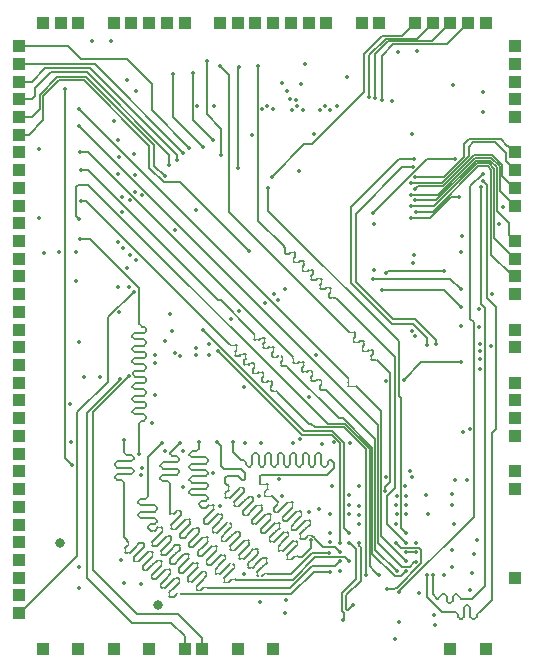
<source format=gbl>
G04*
G04 #@! TF.GenerationSoftware,Altium Limited,Altium Designer,19.1.9 (167)*
G04*
G04 Layer_Physical_Order=6*
G04 Layer_Color=16711680*
%FSLAX44Y44*%
%MOMM*%
G71*
G01*
G75*
%ADD11C,0.2000*%
%ADD26C,0.3500*%
%ADD27C,0.8000*%
%ADD28C,0.1300*%
%ADD29R,1.1000X1.1000*%
D11*
X91500Y322000D02*
Y322261D01*
X91504Y322266D01*
X204000Y39250D02*
Y39492D01*
X204010Y39502D01*
D26*
X224750Y29750D02*
D03*
X318000Y8250D02*
D03*
X104250Y383750D02*
D03*
X17000Y422750D02*
D03*
X98000Y401250D02*
D03*
X92708Y230650D02*
D03*
X93000Y305750D02*
D03*
X84750Y285000D02*
D03*
X48000Y310750D02*
D03*
Y335750D02*
D03*
X91504Y322266D02*
D03*
X97000Y302250D02*
D03*
X97750Y386250D02*
D03*
X87250Y382250D02*
D03*
Y369500D02*
D03*
X16750Y364500D02*
D03*
X136250Y247250D02*
D03*
X161000Y248250D02*
D03*
X319516Y65503D02*
D03*
X321500Y22500D02*
D03*
X351750Y19750D02*
D03*
X351500Y28750D02*
D03*
X204010Y39502D02*
D03*
X338500Y47000D02*
D03*
X202750Y128750D02*
D03*
X287500Y137500D02*
D03*
X114750Y214500D02*
D03*
X43250Y206750D02*
D03*
X68500Y229750D02*
D03*
X54750D02*
D03*
X33500Y335750D02*
D03*
X91000Y481000D02*
D03*
X242000Y495000D02*
D03*
X222500Y479000D02*
D03*
X392500Y471250D02*
D03*
X392250Y454000D02*
D03*
X374750Y349000D02*
D03*
X171000Y418250D02*
D03*
X158750Y497250D02*
D03*
X164250Y430250D02*
D03*
X88500Y55500D02*
D03*
X103500Y55000D02*
D03*
X50500Y51500D02*
D03*
X51000Y69000D02*
D03*
X376000Y183500D02*
D03*
X226000Y40750D02*
D03*
X190250Y62750D02*
D03*
X388000Y91500D02*
D03*
X385000Y80000D02*
D03*
X383750Y64250D02*
D03*
X381750Y49500D02*
D03*
X378750Y143000D02*
D03*
X369250D02*
D03*
X237500Y177250D02*
D03*
X43750Y175250D02*
D03*
X85000Y228000D02*
D03*
X112500Y191000D02*
D03*
X194500Y336250D02*
D03*
X50750Y259250D02*
D03*
X115250Y241750D02*
D03*
X131750Y250000D02*
D03*
X129756Y268513D02*
D03*
X123750Y260500D02*
D03*
X127750Y283250D02*
D03*
X186250Y285500D02*
D03*
X208500Y292750D02*
D03*
X115250Y248750D02*
D03*
X149250D02*
D03*
Y254500D02*
D03*
X160500Y258250D02*
D03*
X168500Y251750D02*
D03*
X155500Y269750D02*
D03*
X179009Y279264D02*
D03*
X219250Y295000D02*
D03*
X310250Y145250D02*
D03*
X287750Y120750D02*
D03*
X325750Y227750D02*
D03*
X381250Y186000D02*
D03*
X216000Y300500D02*
D03*
X225250Y304750D02*
D03*
X399500Y255750D02*
D03*
X390250Y257750D02*
D03*
X352750D02*
D03*
X390000Y252000D02*
D03*
X345500Y257000D02*
D03*
X389750Y244750D02*
D03*
X390000Y237000D02*
D03*
X389250Y287750D02*
D03*
X389000Y272250D02*
D03*
X333500Y326750D02*
D03*
X334000Y333000D02*
D03*
X374250Y272750D02*
D03*
X335500Y264500D02*
D03*
X332250Y269250D02*
D03*
X359250Y319750D02*
D03*
X400250Y299750D02*
D03*
X372750Y382500D02*
D03*
X306750Y464250D02*
D03*
X269250Y459000D02*
D03*
X277500Y484000D02*
D03*
X238500Y478000D02*
D03*
X333250Y407500D02*
D03*
X334250Y414500D02*
D03*
X390929Y390429D02*
D03*
X392250Y396250D02*
D03*
Y401750D02*
D03*
X368768Y414270D02*
D03*
X331500Y364750D02*
D03*
X335250Y399000D02*
D03*
X331500Y394250D02*
D03*
X334750Y389250D02*
D03*
X331500Y384250D02*
D03*
X335000Y379500D02*
D03*
X331500Y374250D02*
D03*
X336000Y370000D02*
D03*
X332500Y435750D02*
D03*
X213750Y399000D02*
D03*
X149250Y371000D02*
D03*
X321000Y505250D02*
D03*
X336750Y505750D02*
D03*
X301500Y466000D02*
D03*
X296500Y467000D02*
D03*
X316000Y463750D02*
D03*
X258750Y459250D02*
D03*
X263013Y456272D02*
D03*
X254250Y456000D02*
D03*
X240000Y455750D02*
D03*
X235000Y459250D02*
D03*
X237000Y404500D02*
D03*
X230750Y455750D02*
D03*
X234500Y464750D02*
D03*
X229000Y465000D02*
D03*
X214500Y456500D02*
D03*
X210000Y459500D02*
D03*
X205750Y456750D02*
D03*
X165000Y459250D02*
D03*
X150250Y459000D02*
D03*
X123000Y400000D02*
D03*
X144000Y424000D02*
D03*
X139000Y419250D02*
D03*
X133500Y414000D02*
D03*
X126750Y409250D02*
D03*
X87750Y339250D02*
D03*
X83250Y344250D02*
D03*
X93750Y333500D02*
D03*
X98750Y329250D02*
D03*
X93500Y379500D02*
D03*
X83250Y430500D02*
D03*
X52500Y405250D02*
D03*
X51500Y420000D02*
D03*
X80250Y446750D02*
D03*
X84500Y415750D02*
D03*
X83250Y402000D02*
D03*
X50750Y456500D02*
D03*
X50250Y442250D02*
D03*
X131750Y354250D02*
D03*
X190250Y221750D02*
D03*
X251500Y248500D02*
D03*
X300000Y320250D02*
D03*
X300500Y359500D02*
D03*
X77750Y514250D02*
D03*
X61250D02*
D03*
X367000Y477000D02*
D03*
X373750Y335750D02*
D03*
X245250Y212750D02*
D03*
X256250Y173500D02*
D03*
X97250Y419000D02*
D03*
X21250Y334750D02*
D03*
X83750Y306250D02*
D03*
X226500Y471750D02*
D03*
X99000D02*
D03*
X197250Y434500D02*
D03*
X249500Y436000D02*
D03*
X85750Y75000D02*
D03*
X163871Y148313D02*
D03*
X169750Y120500D02*
D03*
X374250Y289000D02*
D03*
X307000Y303250D02*
D03*
X138750Y167500D02*
D03*
X44750Y155350D02*
D03*
X104000Y153100D02*
D03*
X101750Y164600D02*
D03*
X123750Y166850D02*
D03*
X103000Y146850D02*
D03*
X310500Y317750D02*
D03*
X299250Y312750D02*
D03*
X373750Y304000D02*
D03*
X299250Y368500D02*
D03*
X51726Y346726D02*
D03*
X38750Y474000D02*
D03*
X366750Y68750D02*
D03*
X366500Y131000D02*
D03*
X344500Y129750D02*
D03*
X366500Y121500D02*
D03*
X346250Y114250D02*
D03*
X368500Y105500D02*
D03*
X366000Y83000D02*
D03*
X360000Y62250D02*
D03*
X350250D02*
D03*
X345250D02*
D03*
X271250Y65250D02*
D03*
X263513Y114009D02*
D03*
X222511Y128759D02*
D03*
X246763Y91757D02*
D03*
X220261Y143510D02*
D03*
X263263Y98008D02*
D03*
X263500Y90000D02*
D03*
X264500Y138000D02*
D03*
X211000Y389750D02*
D03*
X185250Y406750D02*
D03*
X146750Y487000D02*
D03*
X327517Y97508D02*
D03*
X130250Y486750D02*
D03*
X155500Y424750D02*
D03*
X279250Y97750D02*
D03*
X374250Y242250D02*
D03*
X336000Y81500D02*
D03*
X327250D02*
D03*
X310500Y226250D02*
D03*
X327500Y73750D02*
D03*
X327267Y121509D02*
D03*
X311750Y50500D02*
D03*
X319250Y89500D02*
D03*
X138250Y136500D02*
D03*
X335517Y89257D02*
D03*
X202000Y493000D02*
D03*
X327500Y89250D02*
D03*
X169750Y493500D02*
D03*
X309516Y133009D02*
D03*
X186000Y492750D02*
D03*
X271250Y89500D02*
D03*
X321750Y48250D02*
D03*
X191250Y174250D02*
D03*
X204750Y174000D02*
D03*
X181250Y174750D02*
D03*
X271500Y81500D02*
D03*
X167750Y174500D02*
D03*
X152000D02*
D03*
X262500Y81000D02*
D03*
X263013Y64756D02*
D03*
X287500Y89750D02*
D03*
X282353Y36500D02*
D03*
X279514Y89507D02*
D03*
X274352Y24000D02*
D03*
X279250Y73750D02*
D03*
X271250D02*
D03*
X136000Y174000D02*
D03*
X120500Y174250D02*
D03*
X89000Y176250D02*
D03*
X50750Y363500D02*
D03*
X305000Y62500D02*
D03*
X52250Y379250D02*
D03*
X294000Y62500D02*
D03*
X327500Y65500D02*
D03*
X335517Y73257D02*
D03*
X330438Y150000D02*
D03*
X332250Y145000D02*
D03*
X279500Y129750D02*
D03*
X266250Y174500D02*
D03*
X280250Y174000D02*
D03*
X245250Y116000D02*
D03*
X253750Y118250D02*
D03*
X319750Y113750D02*
D03*
X231500Y174000D02*
D03*
X327250Y113500D02*
D03*
X406270Y359021D02*
D03*
X409750Y374000D02*
D03*
X319500Y129500D02*
D03*
X319250Y121250D02*
D03*
X327500Y129500D02*
D03*
X327000Y137500D02*
D03*
X319000Y105500D02*
D03*
X288000Y105250D02*
D03*
X279250Y113750D02*
D03*
X288000Y113000D02*
D03*
X279264Y121259D02*
D03*
D27*
X117500Y36750D02*
D03*
X34750Y89250D02*
D03*
D28*
X103850Y192850D02*
G03*
X101750Y190750I0J-2100D01*
G01*
X105630Y192850D02*
G03*
X107750Y194970I0J2120D01*
G01*
Y196030D02*
G03*
X105630Y198150I-2120J0D01*
G01*
X95750Y200270D02*
G03*
X97870Y198150I2120J0D01*
G01*
Y203450D02*
G03*
X95750Y201330I0J-2120D01*
G01*
X105630Y203450D02*
G03*
X107750Y205570I0J2120D01*
G01*
Y206630D02*
G03*
X105630Y208750I-2120J0D01*
G01*
X95750Y210870D02*
G03*
X97870Y208750I2120J0D01*
G01*
Y214050D02*
G03*
X95750Y211930I0J-2120D01*
G01*
X105630Y214050D02*
G03*
X107750Y216170I0J2120D01*
G01*
Y217230D02*
G03*
X105630Y219350I-2120J0D01*
G01*
X95750Y221470D02*
G03*
X97870Y219350I2120J0D01*
G01*
Y224650D02*
G03*
X95750Y222530I0J-2120D01*
G01*
X105630Y224650D02*
G03*
X107750Y226770I0J2120D01*
G01*
Y227830D02*
G03*
X105630Y229950I-2120J0D01*
G01*
X95922Y232070D02*
G03*
X98042Y229950I2120J0D01*
G01*
Y235250D02*
G03*
X95922Y233130I0J-2120D01*
G01*
X105630Y235250D02*
G03*
X107750Y237370I0J2120D01*
G01*
Y238430D02*
G03*
X105630Y240550I-2120J0D01*
G01*
X95750Y242670D02*
G03*
X97870Y240550I2120J0D01*
G01*
Y245850D02*
G03*
X95750Y243730I0J-2120D01*
G01*
X105630Y245850D02*
G03*
X107750Y247970I0J2120D01*
G01*
Y249030D02*
G03*
X105630Y251150I-2120J0D01*
G01*
X95750Y253270D02*
G03*
X97870Y251150I2120J0D01*
G01*
Y256450D02*
G03*
X95750Y254330I0J-2120D01*
G01*
X105630Y256450D02*
G03*
X107750Y258570I0J2120D01*
G01*
Y259630D02*
G03*
X105630Y261750I-2120J0D01*
G01*
X95750Y263870D02*
G03*
X97870Y261750I2120J0D01*
G01*
Y267050D02*
G03*
X95750Y264930I0J-2120D01*
G01*
X105630Y267050D02*
G03*
X107750Y269170I0J2120D01*
G01*
Y270230D02*
G03*
X105630Y272350I-2120J0D01*
G01*
X101750Y274470D02*
G03*
X103870Y272350I2120J0D01*
G01*
X279393Y267857D02*
G03*
X280637Y267857I622J622D01*
G01*
X283636Y267857D02*
G03*
X280637Y267857I-1499J-1499D01*
G01*
X284385Y264109D02*
G03*
X284385Y267108I-1499J1499D01*
G01*
X283141Y262865D02*
G03*
X283141Y259867I1499J-1499D01*
G01*
X283890Y259117D02*
G03*
X286888Y259117I1499J1499D01*
G01*
X291131Y260362D02*
G03*
X288133Y260362I-1499J-1499D01*
G01*
X291880Y256614D02*
G03*
X291880Y259612I-1499J1499D01*
G01*
X290636Y255370D02*
G03*
X290636Y252372I1499J-1499D01*
G01*
X291385Y251622D02*
G03*
X294384Y251622I1499J1499D01*
G01*
X298626Y252866D02*
G03*
X295628Y252866I-1499J-1499D01*
G01*
X299376Y249119D02*
G03*
X299376Y252117I-1499J1499D01*
G01*
X298131Y247874D02*
G03*
X298131Y244876I1499J-1499D01*
G01*
X298881Y244127D02*
G03*
X301879Y244127I1499J1499D01*
G01*
X303123Y244127D02*
G03*
X301879Y244127I-622J-622D01*
G01*
X224905Y338101D02*
G03*
X224905Y339345I-622J622D01*
G01*
Y338101D02*
G03*
X224905Y335103I1499J-1499D01*
G01*
X225654Y334353D02*
G03*
X228652Y334353I1499J1499D01*
G01*
X232895Y335598D02*
G03*
X229897Y335598I-1499J-1499D01*
G01*
X233645Y331850D02*
G03*
X233645Y334848I-1499J1499D01*
G01*
X232400Y330606D02*
G03*
X232400Y327607I1499J-1499D01*
G01*
X233150Y326858D02*
G03*
X236148Y326858I1499J1499D01*
G01*
X240390Y328102D02*
G03*
X237392Y328102I-1499J-1499D01*
G01*
X241140Y324355D02*
G03*
X241140Y327353I-1499J1499D01*
G01*
X239895Y323110D02*
G03*
X239895Y320112I1499J-1499D01*
G01*
X240645Y319363D02*
G03*
X243643Y319363I1499J1499D01*
G01*
X247886Y320607D02*
G03*
X244888Y320607I-1499J-1499D01*
G01*
X248635Y316859D02*
G03*
X248635Y319858I-1499J1499D01*
G01*
X247391Y315615D02*
G03*
X247391Y312617I1499J-1499D01*
G01*
X248140Y311867D02*
G03*
X251138Y311867I1499J1499D01*
G01*
X255381Y313112D02*
G03*
X252383Y313112I-1499J-1499D01*
G01*
X256131Y309364D02*
G03*
X256131Y312362I-1499J1499D01*
G01*
X254886Y308120D02*
G03*
X254886Y305121I1499J-1499D01*
G01*
X255636Y304372D02*
G03*
X258634Y304372I1499J1499D01*
G01*
X262876Y305616D02*
G03*
X259878Y305616I-1499J-1499D01*
G01*
X263626Y301869D02*
G03*
X263626Y304867I-1499J1499D01*
G01*
X262381Y300624D02*
G03*
X262381Y297626I1499J-1499D01*
G01*
X263131Y296877D02*
G03*
X266129Y296877I1499J1499D01*
G01*
X267373Y296877D02*
G03*
X266129Y296877I-622J-622D01*
G01*
X372550Y44130D02*
G03*
X374430Y42250I1880J0D01*
G01*
X372550Y44130D02*
G03*
X370430Y46250I-2120J0D01*
G01*
X369370D02*
G03*
X367250Y44130I0J-2120D01*
G01*
X365130Y38250D02*
G03*
X367250Y40370I0J2120D01*
G01*
X361950D02*
G03*
X364070Y38250I2120J0D01*
G01*
X361950Y44130D02*
G03*
X359830Y46250I-2120J0D01*
G01*
X358770D02*
G03*
X356650Y44130I0J-2120D01*
G01*
X354770Y42250D02*
G03*
X356650Y44130I0J1880D01*
G01*
X371450Y28630D02*
G03*
X369330Y30750I-2120J0D01*
G01*
X371450Y26870D02*
G03*
X373570Y24750I2120J0D01*
G01*
X374630D02*
G03*
X376750Y26870I0J2120D01*
G01*
X378870Y36750D02*
G03*
X376750Y34630I0J-2120D01*
G01*
X382050D02*
G03*
X379930Y36750I-2120J0D01*
G01*
X382050Y26870D02*
G03*
X384170Y24750I2120J0D01*
G01*
X385230D02*
G03*
X387350Y26870I0J2120D01*
G01*
X389470Y30750D02*
G03*
X387350Y28630I0J-2120D01*
G01*
X278629Y225623D02*
G03*
X278629Y228621I-1499J1499D01*
G01*
X278613Y225606D02*
G03*
X278613Y222608I1499J-1499D01*
G01*
X279363Y221859D02*
G03*
X282361Y221859I1499J1499D01*
G01*
X285375Y221875D02*
G03*
X282377Y221875I-1499J-1499D01*
G01*
X232020Y245235D02*
G03*
X232020Y246480I-622J622D01*
G01*
X232020Y245235D02*
G03*
X232020Y242237I1499J-1499D01*
G01*
X232770Y241488D02*
G03*
X235768Y241488I1499J1499D01*
G01*
X240011Y242732D02*
G03*
X237013Y242732I-1499J-1499D01*
G01*
X240760Y238984D02*
G03*
X240760Y241982I-1499J1499D01*
G01*
X239516Y237740D02*
G03*
X239516Y234742I1499J-1499D01*
G01*
X240265Y233992D02*
G03*
X243263Y233992I1499J1499D01*
G01*
X247506Y235237D02*
G03*
X244508Y235237I-1499J-1499D01*
G01*
X248255Y231489D02*
G03*
X248255Y234487I-1499J1499D01*
G01*
X247011Y230245D02*
G03*
X247011Y227246I1499J-1499D01*
G01*
X247761Y226497D02*
G03*
X250759Y226497I1499J1499D01*
G01*
X255001Y227741D02*
G03*
X252003Y227741I-1499J-1499D01*
G01*
X255751Y223994D02*
G03*
X255751Y226992I-1499J1499D01*
G01*
X254506Y222749D02*
G03*
X254506Y219751I1499J-1499D01*
G01*
X255256Y219002D02*
G03*
X258254Y219002I1499J1499D01*
G01*
X259498Y219002D02*
G03*
X258254Y219002I-622J-622D01*
G01*
X218875Y122405D02*
G03*
X218875Y124125I-860J860D01*
G01*
X215577Y119107D02*
G03*
X215577Y116109I1499J-1499D01*
G01*
X216327Y115359D02*
G03*
X219325Y115359I1499J1499D01*
G01*
X230639Y123675D02*
G03*
X227641Y123675I-1499J-1499D01*
G01*
X231388Y119927D02*
G03*
X231388Y122926I-1499J1499D01*
G01*
X223073Y111612D02*
G03*
X223073Y108614I1499J-1499D01*
G01*
X223822Y107864D02*
G03*
X226820Y107864I1499J1499D01*
G01*
X238134Y116180D02*
G03*
X235136Y116180I-1499J-1499D01*
G01*
X238884Y112432D02*
G03*
X238884Y115430I-1499J1499D01*
G01*
X230568Y104116D02*
G03*
X230568Y101118I1499J-1499D01*
G01*
X231318Y100369D02*
G03*
X234316Y100369I1499J1499D01*
G01*
X245629Y108684D02*
G03*
X242631Y108684I-1499J-1499D01*
G01*
X246379Y104937D02*
G03*
X246379Y107935I-1499J1499D01*
G01*
X238063Y96621D02*
G03*
X238063Y93623I1499J-1499D01*
G01*
X238813Y92873D02*
G03*
X241811Y92873I1499J1499D01*
G01*
X247468Y95532D02*
G03*
X244470Y95532I-1499J-1499D01*
G01*
X199145Y265360D02*
G03*
X199145Y266605I-622J622D01*
G01*
X199145Y265360D02*
G03*
X199145Y262362I1499J-1499D01*
G01*
X199895Y261612D02*
G03*
X202893Y261612I1499J1499D01*
G01*
X207136Y262857D02*
G03*
X204137Y262857I-1499J-1499D01*
G01*
X207885Y259109D02*
G03*
X207885Y262108I-1499J1499D01*
G01*
X206641Y257865D02*
G03*
X206641Y254867I1499J-1499D01*
G01*
X207390Y254117D02*
G03*
X210388Y254117I1499J1499D01*
G01*
X214631Y255362D02*
G03*
X211633Y255362I-1499J-1499D01*
G01*
X215380Y251614D02*
G03*
X215380Y254612I-1499J1499D01*
G01*
X214136Y250370D02*
G03*
X214136Y247371I1499J-1499D01*
G01*
X214886Y246622D02*
G03*
X217884Y246622I1499J1499D01*
G01*
X222126Y247866D02*
G03*
X219128Y247866I-1499J-1499D01*
G01*
X222876Y244119D02*
G03*
X222876Y247117I-1499J1499D01*
G01*
X221631Y242874D02*
G03*
X221631Y239876I1499J-1499D01*
G01*
X222381Y239127D02*
G03*
X225379Y239127I1499J1499D01*
G01*
X226623Y239126D02*
G03*
X225379Y239127I-622J-622D01*
G01*
X214198Y128801D02*
G03*
X211540Y128801I-1329J-1329D01*
G01*
X208542D02*
G03*
X211540Y128801I1499J1499D01*
G01*
X207792Y132549D02*
G03*
X207792Y129551I1499J-1499D01*
G01*
X210451Y135208D02*
G03*
X210451Y138206I-1499J1499D01*
G01*
X209701Y138956D02*
G03*
X206703Y138956I-1499J-1499D01*
G01*
X204044Y138956D02*
G03*
X206703Y138956I1329J1329D01*
G01*
X179152Y256598D02*
G03*
X180397Y256598I622J622D01*
G01*
X183395D02*
G03*
X180397Y256598I-1499J-1499D01*
G01*
X184144Y252850D02*
G03*
X184144Y255848I-1499J1499D01*
G01*
X182900Y251605D02*
G03*
X182900Y248607I1499J-1499D01*
G01*
X183650Y247858D02*
G03*
X186648Y247858I1499J1499D01*
G01*
X190890Y249102D02*
G03*
X187892Y249102I-1499J-1499D01*
G01*
X191640Y245355D02*
G03*
X191640Y248353I-1499J1499D01*
G01*
X190395Y244110D02*
G03*
X190395Y241112I1499J-1499D01*
G01*
X191145Y240362D02*
G03*
X194143Y240362I1499J1499D01*
G01*
X198386Y241607D02*
G03*
X195387Y241607I-1499J-1499D01*
G01*
X199135Y237859D02*
G03*
X199135Y240858I-1499J1499D01*
G01*
X197891Y236615D02*
G03*
X197891Y233617I1499J-1499D01*
G01*
X198640Y232867D02*
G03*
X201638Y232867I1499J1499D01*
G01*
X205881Y234112D02*
G03*
X202883Y234112I-1499J-1499D01*
G01*
X206630Y230364D02*
G03*
X206630Y233362I-1499J1499D01*
G01*
X205386Y229120D02*
G03*
X205386Y226121I1499J-1499D01*
G01*
X206136Y225372D02*
G03*
X209134Y225372I1499J1499D01*
G01*
X213376Y226616D02*
G03*
X210378Y226616I-1499J-1499D01*
G01*
X214126Y222869D02*
G03*
X214126Y225867I-1499J1499D01*
G01*
X212881Y221624D02*
G03*
X212881Y218626I1499J-1499D01*
G01*
X213631Y217877D02*
G03*
X216629Y217877I1499J1499D01*
G01*
X217873Y217877D02*
G03*
X216629Y217877I-622J-622D01*
G01*
X192189Y157630D02*
G03*
X190069Y159750I-2120J0D01*
G01*
X192189Y155870D02*
G03*
X194309Y153750I2120J0D01*
G01*
X195369D02*
G03*
X197489Y155870I0J2120D01*
G01*
X199609Y165750D02*
G03*
X197489Y163630I0J-2120D01*
G01*
X202789D02*
G03*
X200669Y165750I-2120J0D01*
G01*
X202789Y155870D02*
G03*
X204909Y153750I2120J0D01*
G01*
X205969D02*
G03*
X208089Y155870I0J2120D01*
G01*
X210208Y165750D02*
G03*
X208089Y163630I0J-2120D01*
G01*
X213389D02*
G03*
X211269Y165750I-2120J0D01*
G01*
X213389Y155870D02*
G03*
X215508Y153750I2120J0D01*
G01*
X216569D02*
G03*
X218689Y155870I0J2120D01*
G01*
X220809Y165750D02*
G03*
X218689Y163630I0J-2120D01*
G01*
X223988D02*
G03*
X221868Y165750I-2120J0D01*
G01*
X223988Y155870D02*
G03*
X226108Y153750I2120J0D01*
G01*
X227169D02*
G03*
X229289Y155870I0J2120D01*
G01*
X231409Y165750D02*
G03*
X229289Y163630I0J-2120D01*
G01*
X234589D02*
G03*
X232468Y165750I-2120J0D01*
G01*
X234589Y155870D02*
G03*
X236709Y153750I2120J0D01*
G01*
X237768D02*
G03*
X239888Y155870I0J2120D01*
G01*
X242008Y165750D02*
G03*
X239888Y163630I0J-2120D01*
G01*
X245189D02*
G03*
X243069Y165750I-2120J0D01*
G01*
X245189Y155870D02*
G03*
X247309Y153750I2120J0D01*
G01*
X248368D02*
G03*
X250488Y155870I0J2120D01*
G01*
X252609Y165750D02*
G03*
X250488Y163630I0J-2120D01*
G01*
X255788D02*
G03*
X253668Y165750I-2120J0D01*
G01*
X255788Y155870D02*
G03*
X257908Y153750I2120J0D01*
G01*
X258969D02*
G03*
X261089Y155870I0J2120D01*
G01*
X263208Y159750D02*
G03*
X261089Y157630I0J-2120D01*
G01*
X177249Y134253D02*
G03*
X177249Y137251I-1499J1499D01*
G01*
X174590Y131594D02*
G03*
X174590Y128596I1499J-1499D01*
G01*
X175340Y127847D02*
G03*
X178338Y127847I1499J1499D01*
G01*
X189651Y136162D02*
G03*
X186653Y136162I-1499J-1499D01*
G01*
X190401Y132415D02*
G03*
X190401Y135413I-1499J1499D01*
G01*
X182085Y124099D02*
G03*
X182085Y121101I1499J-1499D01*
G01*
X182835Y120351D02*
G03*
X185833Y120351I1499J1499D01*
G01*
X197147Y128667D02*
G03*
X194149Y128667I-1499J-1499D01*
G01*
X197896Y124919D02*
G03*
X197896Y127917I-1499J1499D01*
G01*
X189581Y116604D02*
G03*
X189581Y113606I1499J-1499D01*
G01*
X190330Y112856D02*
G03*
X193328Y112856I1499J1499D01*
G01*
X204642Y121172D02*
G03*
X201644Y121172I-1499J-1499D01*
G01*
X205392Y117424D02*
G03*
X205392Y120422I-1499J1499D01*
G01*
X197076Y109108D02*
G03*
X197076Y106110I1499J-1499D01*
G01*
X197826Y105361D02*
G03*
X200824Y105361I1499J1499D01*
G01*
X212137Y113676D02*
G03*
X209139Y113676I-1499J-1499D01*
G01*
X212887Y109929D02*
G03*
X212887Y112927I-1499J1499D01*
G01*
X204571Y101613D02*
G03*
X204571Y98615I1499J-1499D01*
G01*
X205321Y97865D02*
G03*
X208319Y97865I1499J1499D01*
G01*
X219633Y106181D02*
G03*
X216635Y106181I-1499J-1499D01*
G01*
X220382Y102433D02*
G03*
X220382Y105431I-1499J1499D01*
G01*
X212067Y94118D02*
G03*
X212067Y91120I1499J-1499D01*
G01*
X212816Y90370D02*
G03*
X215814Y90370I1499J1499D01*
G01*
X227128Y98686D02*
G03*
X224130Y98686I-1499J-1499D01*
G01*
X227878Y94938D02*
G03*
X227878Y97936I-1499J1499D01*
G01*
X219562Y86622D02*
G03*
X219562Y83624I1499J-1499D01*
G01*
X220312Y82875D02*
G03*
X223310Y82875I1499J1499D01*
G01*
X234623Y91190D02*
G03*
X231625Y91190I-1499J-1499D01*
G01*
X235373Y87443D02*
G03*
X235373Y90441I-1499J1499D01*
G01*
X227057Y79127D02*
G03*
X227057Y76129I1499J-1499D01*
G01*
X227807Y75380D02*
G03*
X230805Y75380I1499J1499D01*
G01*
X236462Y78038D02*
G03*
X233464Y78038I-1499J-1499D01*
G01*
X155160Y118840D02*
G03*
X158158Y118840I1499J1499D01*
G01*
X163786Y121470D02*
G03*
X160788Y121470I-1499J-1499D01*
G01*
X164536Y117723D02*
G03*
X164536Y120721I-1499J1499D01*
G01*
X156277Y109464D02*
G03*
X156277Y106466I1499J-1499D01*
G01*
X157027Y105716D02*
G03*
X160025Y105716I1499J1499D01*
G01*
X171282Y113975D02*
G03*
X168284Y113975I-1499J-1499D01*
G01*
X172031Y110227D02*
G03*
X172031Y113225I-1499J1499D01*
G01*
X163773Y101969D02*
G03*
X163773Y98971I1499J-1499D01*
G01*
X164522Y98221D02*
G03*
X167520Y98221I1499J1499D01*
G01*
X178777Y106480D02*
G03*
X175779Y106480I-1499J-1499D01*
G01*
X179527Y102732D02*
G03*
X179527Y105730I-1499J1499D01*
G01*
X171268Y94473D02*
G03*
X171268Y91475I1499J-1499D01*
G01*
X172017Y90726D02*
G03*
X175016Y90726I1499J1499D01*
G01*
X186272Y98984D02*
G03*
X183274Y98984I-1499J-1499D01*
G01*
X187022Y95237D02*
G03*
X187022Y98235I-1499J1499D01*
G01*
X178763Y86978D02*
G03*
X178763Y83980I1499J-1499D01*
G01*
X179513Y83230D02*
G03*
X182511Y83230I1499J1499D01*
G01*
X193768Y91489D02*
G03*
X190770Y91489I-1499J-1499D01*
G01*
X194517Y87741D02*
G03*
X194517Y90739I-1499J1499D01*
G01*
X186259Y79483D02*
G03*
X186259Y76485I1499J-1499D01*
G01*
X187008Y75735D02*
G03*
X190006Y75735I1499J1499D01*
G01*
X201263Y83994D02*
G03*
X198265Y83994I-1499J-1499D01*
G01*
X202013Y80246D02*
G03*
X202013Y83244I-1499J1499D01*
G01*
X193754Y71988D02*
G03*
X193754Y68989I1499J-1499D01*
G01*
X194503Y68240D02*
G03*
X197502Y68240I1499J1499D01*
G01*
X208758Y76498D02*
G03*
X205760Y76498I-1499J-1499D01*
G01*
X209508Y72751D02*
G03*
X209508Y75749I-1499J1499D01*
G01*
X201704Y64947D02*
G03*
X201704Y61949I1499J-1499D01*
G01*
X202453Y61199D02*
G03*
X205451Y61199I1499J1499D01*
G01*
X210625Y63375D02*
G03*
X207627Y63375I-1499J-1499D01*
G01*
X149880Y167050D02*
G03*
X152000Y169170I0J2120D01*
G01*
X146160Y167050D02*
G03*
X144040Y164930I0J-2120D01*
G01*
Y163870D02*
G03*
X146160Y161750I2120J0D01*
G01*
X159960Y159630D02*
G03*
X157840Y161750I-2120J0D01*
G01*
Y156450D02*
G03*
X159960Y158570I0J2120D01*
G01*
X146160Y156450D02*
G03*
X144040Y154330I0J-2120D01*
G01*
Y153270D02*
G03*
X146160Y151150I2120J0D01*
G01*
X159960Y149030D02*
G03*
X157840Y151150I-2120J0D01*
G01*
Y145850D02*
G03*
X159960Y147970I0J2120D01*
G01*
X146160Y145850D02*
G03*
X144040Y143730I0J-2120D01*
G01*
Y142670D02*
G03*
X146160Y140550I2120J0D01*
G01*
X159960Y138430D02*
G03*
X157840Y140550I-2120J0D01*
G01*
Y135250D02*
G03*
X159960Y137370I0J2120D01*
G01*
X146160Y135250D02*
G03*
X144040Y133130I0J-2120D01*
G01*
Y132070D02*
G03*
X146160Y129950I2120J0D01*
G01*
X159960Y127830D02*
G03*
X157840Y129950I-2120J0D01*
G01*
Y124650D02*
G03*
X159960Y126770I0J2120D01*
G01*
X154120Y124650D02*
G03*
X152000Y122530I0J-2120D01*
G01*
X127500Y139530D02*
G03*
X125380Y141650I-2120J0D01*
G01*
X119500Y143770D02*
G03*
X121620Y141650I2120J0D01*
G01*
Y146950D02*
G03*
X119500Y144830I0J-2120D01*
G01*
X133380Y146950D02*
G03*
X135500Y149070I0J2120D01*
G01*
Y150130D02*
G03*
X133380Y152250I-2120J0D01*
G01*
X119500Y154370D02*
G03*
X121620Y152250I2120J0D01*
G01*
Y157550D02*
G03*
X119500Y155430I0J-2120D01*
G01*
X133380Y157550D02*
G03*
X135500Y159670I0J2120D01*
G01*
Y160730D02*
G03*
X133380Y162850I-2120J0D01*
G01*
X127500Y164970D02*
G03*
X129620Y162850I2120J0D01*
G01*
X127660Y114090D02*
G03*
X130658Y114090I1499J1499D01*
G01*
X136315Y116749D02*
G03*
X133317Y116749I-1499J-1499D01*
G01*
X137064Y113001D02*
G03*
X137064Y115999I-1499J1499D01*
G01*
X128749Y104686D02*
G03*
X128749Y101687I1499J-1499D01*
G01*
X129498Y100938D02*
G03*
X132497Y100938I1499J1499D01*
G01*
X143810Y109254D02*
G03*
X140812Y109254I-1499J-1499D01*
G01*
X144560Y105506D02*
G03*
X144560Y108504I-1499J1499D01*
G01*
X136244Y97190D02*
G03*
X136244Y94192I1499J-1499D01*
G01*
X136994Y93443D02*
G03*
X139992Y93443I1499J1499D01*
G01*
X151306Y101758D02*
G03*
X148307Y101758I-1499J-1499D01*
G01*
X152055Y98011D02*
G03*
X152055Y101009I-1499J1499D01*
G01*
X143739Y89695D02*
G03*
X143739Y86697I1499J-1499D01*
G01*
X144489Y85947D02*
G03*
X147487Y85947I1499J1499D01*
G01*
X158801Y94263D02*
G03*
X155803Y94263I-1499J-1499D01*
G01*
X159550Y90515D02*
G03*
X159550Y93513I-1499J1499D01*
G01*
X151235Y82200D02*
G03*
X151235Y79201I1499J-1499D01*
G01*
X151984Y78452D02*
G03*
X154982Y78452I1499J1499D01*
G01*
X166296Y86768D02*
G03*
X163298Y86768I-1499J-1499D01*
G01*
X167046Y83020D02*
G03*
X167046Y86018I-1499J1499D01*
G01*
X158730Y74704D02*
G03*
X158730Y71706I1499J-1499D01*
G01*
X159480Y70957D02*
G03*
X162478Y70957I1499J1499D01*
G01*
X173791Y79272D02*
G03*
X170793Y79272I-1499J-1499D01*
G01*
X174541Y75525D02*
G03*
X174541Y78523I-1499J1499D01*
G01*
X166225Y67209D02*
G03*
X166225Y64211I1499J-1499D01*
G01*
X166975Y63461D02*
G03*
X169973Y63461I1499J1499D01*
G01*
X181287Y71777D02*
G03*
X178289Y71777I-1499J-1499D01*
G01*
X182036Y68029D02*
G03*
X182036Y71027I-1499J1499D01*
G01*
X173721Y59714D02*
G03*
X173721Y56716I1499J-1499D01*
G01*
X174470Y55966D02*
G03*
X177468Y55966I1499J1499D01*
G01*
X183125Y58625D02*
G03*
X180127Y58625I-1499J-1499D01*
G01*
X111655Y99845D02*
G03*
X114653Y99845I1499J1499D01*
G01*
X120310Y102504D02*
G03*
X117312Y102504I-1499J-1499D01*
G01*
X121060Y98756D02*
G03*
X121060Y101754I-1499J1499D01*
G01*
X112744Y90440D02*
G03*
X112744Y87442I1499J-1499D01*
G01*
X113494Y86693D02*
G03*
X116492Y86693I1499J1499D01*
G01*
X127806Y95008D02*
G03*
X124807Y95008I-1499J-1499D01*
G01*
X128555Y91261D02*
G03*
X128555Y94259I-1499J1499D01*
G01*
X120239Y82945D02*
G03*
X120239Y79947I1499J-1499D01*
G01*
X120989Y79197D02*
G03*
X123987Y79197I1499J1499D01*
G01*
X135301Y87513D02*
G03*
X132303Y87513I-1499J-1499D01*
G01*
X136050Y83765D02*
G03*
X136050Y86763I-1499J1499D01*
G01*
X127735Y75450D02*
G03*
X127735Y72452I1499J-1499D01*
G01*
X128484Y71702D02*
G03*
X131482Y71702I1499J1499D01*
G01*
X142796Y80018D02*
G03*
X139798Y80018I-1499J-1499D01*
G01*
X143546Y76270D02*
G03*
X143546Y79268I-1499J1499D01*
G01*
X135230Y67954D02*
G03*
X135230Y64956I1499J-1499D01*
G01*
X135980Y64207D02*
G03*
X138978Y64207I1499J1499D01*
G01*
X150291Y72522D02*
G03*
X147293Y72522I-1499J-1499D01*
G01*
X151041Y68775D02*
G03*
X151041Y71773I-1499J1499D01*
G01*
X142725Y60459D02*
G03*
X142725Y57461I1499J-1499D01*
G01*
X143475Y56711D02*
G03*
X146473Y56711I1499J1499D01*
G01*
X157787Y65027D02*
G03*
X154789Y65027I-1499J-1499D01*
G01*
X158536Y61279D02*
G03*
X158536Y64277I-1499J1499D01*
G01*
X150221Y52964D02*
G03*
X150221Y49966I1499J-1499D01*
G01*
X150970Y49216D02*
G03*
X153968Y49216I1499J1499D01*
G01*
X159625Y51875D02*
G03*
X156627Y51875I-1499J-1499D01*
G01*
X106630Y126600D02*
G03*
X108750Y128720I0J2120D01*
G01*
X102870Y126600D02*
G03*
X100750Y124480I0J-2120D01*
G01*
Y123420D02*
G03*
X102870Y121300I2120J0D01*
G01*
X116750Y119180D02*
G03*
X114630Y121300I-2120J0D01*
G01*
Y116000D02*
G03*
X116750Y118120I0J2120D01*
G01*
X102870Y116000D02*
G03*
X100750Y113880I0J-2120D01*
G01*
Y112820D02*
G03*
X102870Y110700I2120J0D01*
G01*
X116750Y108580D02*
G03*
X114630Y110700I-2120J0D01*
G01*
Y105400D02*
G03*
X116750Y107520I0J2120D01*
G01*
X110870Y105400D02*
G03*
X108750Y103280I0J-2120D01*
G01*
X89000Y140530D02*
G03*
X86880Y142650I-2120J0D01*
G01*
X81000Y144770D02*
G03*
X83120Y142650I2120J0D01*
G01*
Y147950D02*
G03*
X81000Y145830I0J-2120D01*
G01*
X94880Y147950D02*
G03*
X97000Y150070I0J2120D01*
G01*
Y151130D02*
G03*
X94880Y153250I-2120J0D01*
G01*
X81000Y155370D02*
G03*
X83120Y153250I2120J0D01*
G01*
Y158550D02*
G03*
X81000Y156430I0J-2120D01*
G01*
X94880Y158550D02*
G03*
X97000Y160670I0J2120D01*
G01*
Y161730D02*
G03*
X94880Y163850I-2120J0D01*
G01*
X89000Y165970D02*
G03*
X91120Y163850I2120J0D01*
G01*
X92403Y87599D02*
G03*
X92403Y90597I-1499J1499D01*
G01*
X89744Y84940D02*
G03*
X89744Y81942I1499J-1499D01*
G01*
X90494Y81193D02*
G03*
X93492Y81193I1499J1499D01*
G01*
X104805Y89508D02*
G03*
X101807Y89508I-1499J-1499D01*
G01*
X105555Y85761D02*
G03*
X105555Y88759I-1499J1499D01*
G01*
X97240Y77445D02*
G03*
X97240Y74447I1499J-1499D01*
G01*
X97989Y73697D02*
G03*
X100987Y73697I1499J1499D01*
G01*
X112301Y82013D02*
G03*
X109303Y82013I-1499J-1499D01*
G01*
X113050Y78265D02*
G03*
X113050Y81263I-1499J1499D01*
G01*
X104735Y69950D02*
G03*
X104735Y66951I1499J-1499D01*
G01*
X105484Y66202D02*
G03*
X108482Y66202I1499J1499D01*
G01*
X119796Y74518D02*
G03*
X116798Y74518I-1499J-1499D01*
G01*
X120546Y70770D02*
G03*
X120546Y73768I-1499J1499D01*
G01*
X112230Y62454D02*
G03*
X112230Y59456I1499J-1499D01*
G01*
X112980Y58707D02*
G03*
X115978Y58707I1499J1499D01*
G01*
X127291Y67022D02*
G03*
X124293Y67022I-1499J-1499D01*
G01*
X128041Y63275D02*
G03*
X128041Y66273I-1499J1499D01*
G01*
X119725Y54959D02*
G03*
X119725Y51961I1499J-1499D01*
G01*
X120475Y51211D02*
G03*
X123473Y51211I1499J1499D01*
G01*
X134787Y59527D02*
G03*
X131789Y59527I-1499J-1499D01*
G01*
X135536Y55779D02*
G03*
X135536Y58777I-1499J1499D01*
G01*
X127221Y47464D02*
G03*
X127221Y44466I1499J-1499D01*
G01*
X127970Y43716D02*
G03*
X130968Y43716I1499J1499D01*
G01*
X136625Y46375D02*
G03*
X133627Y46375I-1499J-1499D01*
G01*
X303750Y89750D02*
Y189058D01*
X50558Y442250D02*
X303750Y189058D01*
X50250Y442250D02*
X50558D01*
X92708Y230208D02*
Y230650D01*
X51726Y346726D02*
X59529D01*
X101750Y305466D01*
Y275000D02*
Y305466D01*
Y164600D02*
Y190750D01*
X103850Y192850D02*
X105630D01*
X107750Y194970D02*
Y196030D01*
X101750Y198150D02*
X105630D01*
X97870D02*
X101750D01*
X95750Y200270D02*
Y201330D01*
X97870Y203450D02*
X101750D01*
X105630D01*
X107750Y205570D02*
Y206630D01*
X101750Y208750D02*
X105630D01*
X97870D02*
X101750D01*
X95750Y210870D02*
Y211930D01*
X97870Y214050D02*
X101750D01*
X105630D01*
X107750Y216170D02*
Y217230D01*
X101750Y219350D02*
X105630D01*
X97870D02*
X101750D01*
X95750Y221470D02*
Y222530D01*
X97870Y224650D02*
X101750D01*
X105630D01*
X107750Y226770D02*
Y227830D01*
X101750Y229950D02*
X105630D01*
X98042D02*
X101750D01*
X95922Y232070D02*
Y233130D01*
X98042Y235250D02*
X101750D01*
X105630D01*
X107750Y237370D02*
Y238430D01*
X101750Y240550D02*
X105630D01*
X97870D02*
X101750D01*
X95750Y242670D02*
Y243730D01*
X97870Y245850D02*
X101750D01*
X105630D01*
X107750Y247970D02*
Y249030D01*
X101750Y251150D02*
X105630D01*
X97870D02*
X101750D01*
X95750Y253270D02*
Y254330D01*
X97870Y256450D02*
X101750D01*
X105630D01*
X107750Y258570D02*
Y259630D01*
X101750Y261750D02*
X105630D01*
X97870D02*
X101750D01*
X95750Y263870D02*
Y264930D01*
X97870Y267050D02*
X101750D01*
X105630D01*
X107750Y269170D02*
Y270230D01*
X103870Y272350D02*
X105630D01*
X101750Y274470D02*
Y275000D01*
X96942Y302250D02*
X97000D01*
X75000Y280308D02*
X96942Y302250D01*
X75000Y226000D02*
Y280308D01*
X170750Y295000D02*
X196625Y269125D01*
X168250Y295000D02*
X170750D01*
X58000Y405250D02*
X168250Y295000D01*
X52500Y405250D02*
X58000D01*
X34000Y481250D02*
X54500D01*
X20500Y467750D02*
X34000Y481250D01*
X54500D02*
X110250Y425500D01*
X301350Y83669D02*
Y177150D01*
Y83669D02*
X319516Y65503D01*
X323600Y61600D02*
X327500Y65500D01*
X317842Y61600D02*
X323600D01*
X299050Y80392D02*
X317842Y61600D01*
X358000Y30750D02*
X367500D01*
X345250Y43500D02*
X358000Y30750D01*
X345250Y43500D02*
Y62250D01*
X3150Y510000D02*
X41000D01*
X3650Y494500D02*
X63750D01*
X3150Y495000D02*
X3650Y494500D01*
X3150Y480000D02*
X10750D01*
X3150Y465000D02*
X11000D01*
X3150Y450000D02*
X10500D01*
X0Y435000D02*
X8000D01*
X171000Y418250D02*
Y440250D01*
X158750Y452500D02*
X171000Y440250D01*
X158750Y452500D02*
Y497250D01*
X169750Y493500D02*
X177500Y485750D01*
Y369750D02*
Y485750D01*
Y369750D02*
X278625Y268625D01*
X211000Y370750D02*
Y389750D01*
Y370750D02*
X321250Y260500D01*
Y213875D02*
Y260500D01*
Y213875D02*
X323250Y211875D01*
Y101774D02*
Y211875D01*
Y101774D02*
X327517Y97508D01*
X146750Y447750D02*
X164250Y430250D01*
X3150Y30000D02*
Y32534D01*
X49000Y78384D01*
X84845Y227250D02*
X85000D01*
X57500Y60000D02*
Y199750D01*
X140000Y3150D02*
Y10500D01*
X128500Y22000D02*
X140000Y10500D01*
X95500Y22000D02*
X128500D01*
X57500Y60000D02*
X95500Y22000D01*
X134250Y29250D02*
X155000Y8500D01*
Y3150D02*
Y8500D01*
X99750Y29250D02*
X134250D01*
X62500Y66500D02*
X99750Y29250D01*
X10750Y480000D02*
X22000Y491250D01*
X11000Y465000D02*
X13750Y467750D01*
Y474750D01*
X10500Y450000D02*
X17500Y457000D01*
Y469000D01*
X20500Y447500D02*
Y467750D01*
X8000Y435000D02*
X20500Y447500D01*
X49000Y78384D02*
Y200000D01*
X13750Y474750D02*
X26750Y487750D01*
X17500Y469000D02*
X32250Y483750D01*
X41000Y510000D02*
X52000Y499000D01*
X91000D01*
X112000Y478000D01*
X49000Y200000D02*
X75000Y226000D01*
X38750Y161500D02*
Y474000D01*
Y161500D02*
X44750Y155500D01*
X416850Y315000D02*
Y315900D01*
X399800Y332950D02*
X416850Y315900D01*
X336500Y369484D02*
X337016Y370000D01*
X416850Y329500D02*
Y332534D01*
X402100Y347284D02*
X416850Y332534D01*
X402100Y347284D02*
Y406400D01*
X416850Y345000D02*
Y347534D01*
X414500Y349884D02*
X416850Y347534D01*
Y375000D02*
Y377534D01*
X406700Y387684D02*
Y408305D01*
Y387684D02*
X416850Y377534D01*
X409000Y400384D02*
X416542Y392842D01*
X416850Y393150D02*
X420000Y390000D01*
X409000Y400384D02*
Y409258D01*
X416850Y420000D02*
Y422534D01*
X415500Y423884D02*
Y424000D01*
Y423884D02*
X416850Y422534D01*
X413850Y425650D02*
X415500Y424000D01*
X413350Y425650D02*
X413850D01*
X416850Y405000D02*
Y407534D01*
X411750Y412634D02*
X416850Y407534D01*
X377466Y526850D02*
X380000D01*
X316500Y511700D02*
X362316D01*
X377466Y526850D01*
X362466D02*
X365000D01*
Y530000D01*
X312250Y514000D02*
X349616D01*
X362466Y526850D01*
X347466D02*
X350000D01*
Y530000D01*
X337066Y516450D02*
X347466Y526850D01*
X332466D02*
X335000D01*
Y530000D01*
X324366Y518750D02*
X332466Y526850D01*
X307250Y518750D02*
X324366D01*
X57500Y199750D02*
X84579Y226829D01*
X62500Y200442D02*
X92058Y230000D01*
X62500Y66500D02*
Y200442D01*
X92058Y230000D02*
X92500D01*
X92708Y230208D01*
X84579Y226829D02*
Y226984D01*
X84845Y227250D01*
X85000D02*
Y228000D01*
X110250Y407250D02*
Y425500D01*
Y407250D02*
X122750Y394750D01*
X136000D01*
X194500Y336250D01*
X271250Y89500D02*
Y174308D01*
X264808Y180750D02*
X271250Y174308D01*
X239500Y180750D02*
X264808D01*
X168500Y251750D02*
X239500Y180750D01*
X275250Y101750D02*
X279250Y97750D01*
X275250Y101750D02*
Y174000D01*
X264750Y184500D02*
X275250Y174000D01*
X240750Y184500D02*
X264750D01*
X155500Y269750D02*
X240750Y184500D01*
X340250Y242250D02*
X374250D01*
X325750Y227750D02*
X340250Y242250D01*
X384650Y111400D02*
Y276131D01*
X321625Y48375D02*
X384650Y111400D01*
X382000Y278782D02*
X384650Y276131D01*
X32250Y483750D02*
X56750D01*
X114500Y426000D01*
Y408500D02*
Y426000D01*
Y408500D02*
X123000Y400000D01*
X26750Y487750D02*
X57250D01*
X126750Y418250D01*
Y409250D02*
Y418250D01*
X22000Y491250D02*
X60250D01*
X133500Y418000D01*
Y414000D02*
Y418000D01*
X63750Y494500D02*
X139000Y419250D01*
X112000Y456000D02*
Y478000D01*
Y456000D02*
X144000Y424000D01*
X352750Y257750D02*
Y261250D01*
X335250Y278750D02*
X352750Y261250D01*
X316500Y278750D02*
X335250D01*
X345500Y257000D02*
Y263000D01*
X333500Y275000D02*
X345500Y263000D01*
X315750Y275000D02*
X333500D01*
X284750Y310500D02*
X316500Y278750D01*
X284750Y310500D02*
Y368000D01*
X281000Y309750D02*
X315750Y275000D01*
X281000Y309750D02*
Y374000D01*
X309709Y133203D02*
Y136709D01*
X314000Y141000D01*
Y233250D01*
X304375Y242875D02*
X314000Y233250D01*
X278625Y268625D02*
X279393Y267857D01*
X283636D02*
X284385Y267108D01*
X283763Y263487D02*
X284385Y264109D01*
X283141Y262865D02*
X283763Y263487D01*
X283141Y259867D02*
X283890Y259117D01*
X286888D02*
X287511Y259739D01*
X288133Y260362D01*
X291131D02*
X291880Y259612D01*
X291258Y255992D02*
X291880Y256614D01*
X290636Y255370D02*
X291258Y255992D01*
X290636Y252372D02*
X291385Y251622D01*
X294384D02*
X295006Y252244D01*
X295628Y252866D01*
X298626D02*
X299376Y252117D01*
X298754Y248496D02*
X299376Y249119D01*
X298131Y247874D02*
X298754Y248496D01*
X298131Y244876D02*
X298881Y244127D01*
X303123Y244127D02*
X304375Y242875D01*
X311250Y105500D02*
X327500Y89250D01*
X311250Y105500D02*
Y129500D01*
X317750Y136000D01*
Y246500D01*
X268625Y295625D02*
X317750Y246500D01*
X202000Y362250D02*
X223000Y341250D01*
X224905Y339345D01*
Y335103D02*
X225654Y334353D01*
X228652D02*
X229275Y334975D01*
X229897Y335598D01*
X232895D02*
X233645Y334848D01*
X233022Y331228D02*
X233645Y331850D01*
X232400Y330606D02*
X233022Y331228D01*
X232400Y327607D02*
X233150Y326858D01*
X236148D02*
X236770Y327480D01*
X237392Y328102D01*
X240390D02*
X241140Y327353D01*
X240518Y323732D02*
X241140Y324355D01*
X239895Y323110D02*
X240518Y323732D01*
X239895Y320112D02*
X240645Y319363D01*
X243643D02*
X244265Y319985D01*
X244888Y320607D01*
X247886D02*
X248635Y319858D01*
X248013Y316237D02*
X248635Y316859D01*
X247391Y315615D02*
X248013Y316237D01*
X247391Y312617D02*
X248140Y311867D01*
X251138D02*
X251761Y312489D01*
X252383Y313112D01*
X255381D02*
X256131Y312362D01*
X255508Y308742D02*
X256131Y309364D01*
X254886Y308120D02*
X255508Y308742D01*
X254886Y305121D02*
X255636Y304372D01*
X258634D02*
X259256Y304994D01*
X259878Y305616D01*
X262876D02*
X263626Y304867D01*
X263004Y301246D02*
X263626Y301869D01*
X262381Y300624D02*
X263004Y301246D01*
X262381Y297626D02*
X263131Y296877D01*
X267374Y296877D02*
X268625Y295625D01*
X202000Y362250D02*
Y493000D01*
X284750Y368000D02*
X324250Y407500D01*
X333250D01*
X281000Y374000D02*
X321500Y414500D01*
X334250D01*
X382000Y391500D02*
X392250Y401750D01*
X382000Y278782D02*
Y391500D01*
X310500Y317750D02*
X312500Y319750D01*
X359250D01*
X372742Y382492D02*
X372750Y382500D01*
X365758Y382492D02*
X372742D01*
X399800Y332950D02*
Y405203D01*
X396503Y408500D02*
X399800Y405203D01*
X397700Y410800D02*
X402100Y406400D01*
X414500Y349884D02*
Y360000D01*
X404400Y370100D02*
X414500Y360000D01*
X404400Y370100D02*
Y407353D01*
X398653Y413100D02*
X404400Y407353D01*
X399605Y415400D02*
X406700Y408305D01*
X400558Y417700D02*
X409000Y409258D01*
X404000Y186250D02*
Y289000D01*
X396250Y296750D02*
X404000Y289000D01*
X396250Y296750D02*
Y392250D01*
X394250Y53250D02*
Y288000D01*
X390929Y291321D02*
X394250Y288000D01*
X390929Y291321D02*
Y390429D01*
X383250Y42250D02*
X394250Y53250D01*
X377000Y42250D02*
X383250D01*
X392250Y396250D02*
X396250Y392250D01*
X400500Y182750D02*
X404000Y186250D01*
X400500Y41250D02*
Y182750D01*
X384703Y417700D02*
X400558D01*
X358953Y391950D02*
X384703Y417700D01*
X385655Y415400D02*
X399605D01*
X354505Y384250D02*
X385655Y415400D01*
X386608Y413100D02*
X398653D01*
X353008Y379500D02*
X386608Y413100D01*
X387561Y410800D02*
X397700D01*
X351011Y374250D02*
X387561Y410800D01*
X388513Y408500D02*
X396503D01*
X350013Y370000D02*
X388513Y408500D01*
X348016Y364750D02*
X365758Y382492D01*
X411750Y412634D02*
Y419950D01*
X402750Y428950D02*
X411750Y419950D01*
X407750Y431250D02*
X413350Y425650D01*
X384500Y428950D02*
X402750D01*
X380500Y424950D02*
X384500Y428950D01*
X380500Y416750D02*
Y424950D01*
X380750Y431250D02*
X407750D01*
X376750Y427250D02*
X380750Y431250D01*
X376750Y416500D02*
Y427250D01*
X306750Y464250D02*
Y501950D01*
X316500Y511700D01*
X301500Y503250D02*
X312250Y514000D01*
X301500Y466000D02*
Y503250D01*
X310750Y516450D02*
X337066D01*
X296500Y502200D02*
X310750Y516450D01*
X296500Y467000D02*
Y502200D01*
X292250Y503750D02*
X307250Y518750D01*
X292250Y471000D02*
Y503750D01*
X248000Y426750D02*
X292250Y471000D01*
X374430Y42250D02*
X377000D01*
X369370Y46250D02*
X370430D01*
X367250Y42250D02*
Y44130D01*
Y40370D02*
Y42250D01*
X364070Y38250D02*
X365130D01*
X361950Y40370D02*
Y42250D01*
Y44130D01*
X358770Y46250D02*
X359830D01*
X354000Y42250D02*
X354770D01*
X350250Y46000D02*
X354000Y42250D01*
X350250Y46000D02*
Y62250D01*
X331500Y364750D02*
X348016D01*
X337016Y370000D02*
X350013D01*
X336500Y369250D02*
Y369484D01*
X336000Y369750D02*
X336500Y369250D01*
X336000Y369750D02*
Y370000D01*
X331500Y374250D02*
X351011D01*
X335000Y379500D02*
X353008D01*
X331500Y384250D02*
X354505D01*
X337450Y391950D02*
X358953D01*
X334750Y389250D02*
X337450Y391950D01*
X358000Y394250D02*
X380500Y416750D01*
X331500Y394250D02*
X358000D01*
X359250Y399000D02*
X376750Y416500D01*
X335250Y399000D02*
X359250D01*
X390000Y30750D02*
X400500Y41250D01*
X367500Y30750D02*
X369330D01*
X371450Y26870D02*
Y28630D01*
X373570Y24750D02*
X374630D01*
X376750Y26870D02*
Y30750D01*
Y34630D01*
X378870Y36750D02*
X379930D01*
X382050Y30750D02*
Y34630D01*
Y26870D02*
Y30750D01*
X384170Y24750D02*
X385230D01*
X387350Y26870D02*
Y28630D01*
X389470Y30750D02*
X390000D01*
X299250Y368500D02*
X345020Y414270D01*
X368768D01*
X241500Y426750D02*
X248000D01*
X213750Y399000D02*
X241500Y426750D01*
X258500Y248750D02*
X278629Y228621D01*
X278613Y225606D02*
X278629Y225623D01*
X278613Y222608D02*
X279363Y221859D01*
X282361D02*
X282377Y221875D01*
X285375D02*
X285750Y221500D01*
X231000Y247500D02*
X232020Y246480D01*
X232020Y242237D02*
X232770Y241488D01*
X235768D02*
X236390Y242110D01*
X237013Y242732D01*
X240011D02*
X240760Y241982D01*
X240138Y238362D02*
X240760Y238984D01*
X239516Y237740D02*
X240138Y238362D01*
X239516Y234742D02*
X240265Y233992D01*
X243263D02*
X243885Y234615D01*
X244508Y235237D01*
X247506D02*
X248255Y234487D01*
X247633Y230867D02*
X248255Y231489D01*
X247011Y230245D02*
X247633Y230867D01*
X247011Y227246D02*
X247761Y226497D01*
X250759D02*
X251381Y227119D01*
X252003Y227741D01*
X255001D02*
X255751Y226992D01*
X255128Y223372D02*
X255751Y223994D01*
X254506Y222749D02*
X255128Y223372D01*
X254506Y219751D02*
X255256Y219002D01*
X259498Y219002D02*
X260750Y217750D01*
X215577Y119107D02*
X218875Y122405D01*
X215577Y116109D02*
X216327Y115359D01*
X219325D02*
X223483Y119517D01*
X227641Y123675D01*
X230639D02*
X231388Y122926D01*
X227230Y115770D02*
X231388Y119927D01*
X223073Y111612D02*
X227230Y115770D01*
X223073Y108614D02*
X223822Y107864D01*
X226820D02*
X230978Y112022D01*
X235136Y116180D01*
X238134D02*
X238884Y115430D01*
X234726Y108274D02*
X238884Y112432D01*
X230568Y104116D02*
X234726Y108274D01*
X230568Y101118D02*
X231318Y100369D01*
X234316D02*
X238473Y104527D01*
X242631Y108684D01*
X245629D02*
X246379Y107935D01*
X242221Y100779D02*
X246379Y104937D01*
X238063Y96621D02*
X242221Y100779D01*
X238063Y93623D02*
X238813Y92873D01*
X241811D02*
X244470Y95532D01*
X247468D02*
X247843Y95157D01*
X196625Y269125D02*
X199145Y266605D01*
X199145Y262362D02*
X199895Y261612D01*
X202893D02*
X203515Y262235D01*
X204137Y262857D01*
X207136D02*
X207885Y262108D01*
X207263Y258487D02*
X207885Y259109D01*
X206641Y257865D02*
X207263Y258487D01*
X206641Y254867D02*
X207390Y254117D01*
X210388D02*
X211011Y254739D01*
X211633Y255362D01*
X214631D02*
X215380Y254612D01*
X214758Y250992D02*
X215380Y251614D01*
X214136Y250370D02*
X214758Y250992D01*
X214136Y247371D02*
X214886Y246622D01*
X217884D02*
X218506Y247244D01*
X219128Y247866D01*
X222126D02*
X222876Y247117D01*
X222253Y243496D02*
X222876Y244119D01*
X221631Y242874D02*
X222253Y243496D01*
X221631Y239876D02*
X222381Y239127D01*
X226623Y239126D02*
X227875Y237875D01*
X214198Y128801D02*
X217000Y126000D01*
X207792Y129551D02*
X208542Y128801D01*
X207792Y132549D02*
X209121Y133878D01*
X210451Y135208D01*
X209701Y138956D02*
X210451Y138206D01*
X203500Y139500D02*
X204044Y138956D01*
X177750Y258000D02*
X179152Y256598D01*
X183395Y256598D02*
X184144Y255848D01*
X183522Y252228D02*
X184144Y252850D01*
X182900Y251605D02*
X183522Y252228D01*
X182900Y248607D02*
X183650Y247858D01*
X186648D02*
X187270Y248480D01*
X187892Y249102D01*
X190890D02*
X191640Y248353D01*
X191018Y244732D02*
X191640Y245355D01*
X190395Y244110D02*
X191018Y244732D01*
X190395Y241112D02*
X191145Y240362D01*
X194143D02*
X194765Y240985D01*
X195387Y241607D01*
X198386D02*
X199135Y240858D01*
X198513Y237237D02*
X199135Y237859D01*
X197891Y236615D02*
X198513Y237237D01*
X197891Y233617D02*
X198640Y232867D01*
X201638D02*
X202260Y233489D01*
X202883Y234112D01*
X205881D02*
X206630Y233362D01*
X206008Y229742D02*
X206630Y230364D01*
X205386Y229120D02*
X206008Y229742D01*
X205386Y226121D02*
X206136Y225372D01*
X209134D02*
X209756Y225994D01*
X210378Y226616D01*
X213376D02*
X214126Y225867D01*
X213503Y222246D02*
X214126Y222869D01*
X212881Y221624D02*
X213503Y222246D01*
X212881Y218626D02*
X213631Y217877D01*
X217873Y217877D02*
X219125Y216625D01*
X188000Y159750D02*
X190069D01*
X192189Y155870D02*
Y157630D01*
X194309Y153750D02*
X195369D01*
X197489Y155870D02*
Y159750D01*
Y163630D01*
X199609Y165750D02*
X200669D01*
X202789Y159750D02*
Y163630D01*
Y155870D02*
Y159750D01*
X204909Y153750D02*
X205969D01*
X208089Y155870D02*
Y159750D01*
Y163630D01*
X210208Y165750D02*
X211269D01*
X213389Y159750D02*
Y163630D01*
Y155870D02*
Y159750D01*
X215508Y153750D02*
X216569D01*
X218689Y155870D02*
Y159750D01*
Y163630D01*
X220809Y165750D02*
X221868D01*
X223988Y159750D02*
Y163630D01*
Y155870D02*
Y159750D01*
X226108Y153750D02*
X227169D01*
X229289Y155870D02*
Y159750D01*
Y163630D01*
X231409Y165750D02*
X232468D01*
X234589Y159750D02*
Y163630D01*
Y155870D02*
Y159750D01*
X236709Y153750D02*
X237768D01*
X239888Y155870D02*
Y159750D01*
Y163630D01*
X242008Y165750D02*
X243069D01*
X245189Y159750D02*
Y163630D01*
Y155870D02*
Y159750D01*
X247309Y153750D02*
X248368D01*
X250488Y155870D02*
Y159750D01*
Y163630D01*
X252609Y165750D02*
X253668D01*
X255788Y159750D02*
Y163630D01*
Y155870D02*
Y159750D01*
X257908Y153750D02*
X258969D01*
X261089Y155870D02*
Y157630D01*
X263208Y159750D02*
X263738D01*
X174000Y140500D02*
X175000Y139500D01*
X177249Y137251D01*
X174590Y131594D02*
X177249Y134253D01*
X174590Y128596D02*
X175340Y127847D01*
X178338D02*
X182495Y132004D01*
X186653Y136162D01*
X189651D02*
X190401Y135413D01*
X186243Y128257D02*
X190401Y132415D01*
X182085Y124099D02*
X186243Y128257D01*
X182085Y121101D02*
X182835Y120351D01*
X185833D02*
X189991Y124509D01*
X194149Y128667D01*
X197147D02*
X197896Y127917D01*
X193738Y120761D02*
X197896Y124919D01*
X189581Y116604D02*
X193738Y120761D01*
X189581Y113606D02*
X190330Y112856D01*
X193328D02*
X197486Y117014D01*
X201644Y121172D01*
X204642D02*
X205392Y120422D01*
X201234Y113266D02*
X205392Y117424D01*
X197076Y109108D02*
X201234Y113266D01*
X197076Y106110D02*
X197826Y105361D01*
X200824D02*
X204981Y109519D01*
X209139Y113676D01*
X212137D02*
X212887Y112927D01*
X208729Y105771D02*
X212887Y109929D01*
X204571Y101613D02*
X208729Y105771D01*
X204571Y98615D02*
X205321Y97865D01*
X208319D02*
X212477Y102023D01*
X216635Y106181D01*
X219633D02*
X220382Y105431D01*
X216224Y98276D02*
X220382Y102433D01*
X212067Y94118D02*
X216224Y98276D01*
X212067Y91120D02*
X212816Y90370D01*
X215814D02*
X219972Y94528D01*
X224130Y98686D01*
X227128D02*
X227878Y97936D01*
X223720Y90780D02*
X227878Y94938D01*
X219562Y86622D02*
X223720Y90780D01*
X219562Y83624D02*
X220312Y82875D01*
X223310D02*
X227467Y87033D01*
X231625Y91190D01*
X234623D02*
X235373Y90441D01*
X231215Y83285D02*
X235373Y87443D01*
X227057Y79127D02*
X231215Y83285D01*
X227057Y76129D02*
X227807Y75380D01*
X230805D02*
X233464Y78038D01*
X236462D02*
X236837Y77663D01*
X174000Y140500D02*
Y144000D01*
X176000Y146000D01*
X152000Y122000D02*
X152911Y121089D01*
X155160Y118840D01*
X158158D02*
X160788Y121470D01*
X163786D02*
X164536Y120721D01*
X160407Y113593D02*
X164536Y117723D01*
X156277Y109464D02*
X160407Y113593D01*
X156277Y106466D02*
X157027Y105716D01*
X160025D02*
X164154Y109846D01*
X168284Y113975D01*
X171282D02*
X172031Y113225D01*
X167902Y106098D02*
X172031Y110227D01*
X163773Y101969D02*
X167902Y106098D01*
X163773Y98971D02*
X164522Y98221D01*
X167520D02*
X171650Y102350D01*
X175779Y106480D01*
X178777D02*
X179527Y105730D01*
X175397Y98603D02*
X179527Y102732D01*
X171268Y94473D02*
X175397Y98603D01*
X171268Y91475D02*
X172017Y90726D01*
X175016D02*
X179145Y94855D01*
X183274Y98984D01*
X186272D02*
X187022Y98235D01*
X182892Y91108D02*
X187022Y95237D01*
X178763Y86978D02*
X182892Y91108D01*
X178763Y83980D02*
X179513Y83230D01*
X182511D02*
X186640Y87360D01*
X190770Y91489D01*
X193768D02*
X194517Y90739D01*
X190388Y83612D02*
X194517Y87741D01*
X186259Y79483D02*
X190388Y83612D01*
X186259Y76485D02*
X187008Y75735D01*
X190006D02*
X194135Y79865D01*
X198265Y83994D01*
X201263D02*
X202013Y83244D01*
X197883Y76117D02*
X202013Y80246D01*
X193754Y71988D02*
X197883Y76117D01*
X193754Y68989D02*
X194503Y68240D01*
X197502D02*
X201631Y72369D01*
X205760Y76498D01*
X208758D02*
X209508Y75749D01*
X205378Y68622D02*
X209508Y72751D01*
X201704Y64947D02*
X205378Y68622D01*
X201704Y61949D02*
X202453Y61199D01*
X205451D02*
X207627Y63375D01*
X210625D02*
X211000Y63000D01*
X152000Y169170D02*
Y170250D01*
X146160Y167050D02*
X149880D01*
X144040Y163870D02*
Y164930D01*
X146160Y161750D02*
X152000D01*
X157840D01*
X159960Y158570D02*
Y159630D01*
X152000Y156450D02*
X157840D01*
X146160D02*
X152000D01*
X144040Y153270D02*
Y154330D01*
X146160Y151150D02*
X152000D01*
X157840D01*
X159960Y147970D02*
Y149030D01*
X152000Y145850D02*
X157840D01*
X146160D02*
X152000D01*
X144040Y142670D02*
Y143730D01*
X146160Y140550D02*
X152000D01*
X157840D01*
X159960Y137370D02*
Y138430D01*
X152000Y135250D02*
X157840D01*
X146160D02*
X152000D01*
X144040Y132070D02*
Y133130D01*
X146160Y129950D02*
X152000D01*
X157840D01*
X159960Y126770D02*
Y127830D01*
X154120Y124650D02*
X157840D01*
X152000Y122000D02*
Y122530D01*
X127500Y165500D02*
X136000Y174000D01*
X127500Y139250D02*
Y139530D01*
X121620Y141650D02*
X125380D01*
X119500Y143770D02*
Y144830D01*
X121620Y146950D02*
X127500D01*
X133380D01*
X135500Y149070D02*
Y150130D01*
X127500Y152250D02*
X133380D01*
X121620D02*
X127500D01*
X119500Y154370D02*
Y155430D01*
X121620Y157550D02*
X127500D01*
X133380D01*
X135500Y159670D02*
Y160730D01*
X129620Y162850D02*
X133380D01*
X127500Y164970D02*
Y165500D01*
Y114250D02*
X127660Y114090D01*
X130658D02*
X133317Y116749D01*
X136315D02*
X137064Y115999D01*
X132907Y108843D02*
X137064Y113001D01*
X128749Y104686D02*
X132907Y108843D01*
X128749Y101687D02*
X129498Y100938D01*
X132497D02*
X136654Y105096D01*
X140812Y109254D01*
X143810D02*
X144560Y108504D01*
X140402Y101348D02*
X144560Y105506D01*
X136244Y97190D02*
X140402Y101348D01*
X136244Y94192D02*
X136994Y93443D01*
X139992D02*
X144150Y97600D01*
X148307Y101758D01*
X151306D02*
X152055Y101009D01*
X147897Y93853D02*
X152055Y98011D01*
X143739Y89695D02*
X147897Y93853D01*
X143739Y86697D02*
X144489Y85947D01*
X147487D02*
X151645Y90105D01*
X155803Y94263D01*
X158801D02*
X159550Y93513D01*
X155393Y86357D02*
X159550Y90515D01*
X151235Y82200D02*
X155393Y86357D01*
X151235Y79201D02*
X151984Y78452D01*
X154982D02*
X159140Y82610D01*
X163298Y86768D01*
X166296D02*
X167046Y86018D01*
X162888Y78862D02*
X167046Y83020D01*
X158730Y74704D02*
X162888Y78862D01*
X158730Y71706D02*
X159480Y70957D01*
X162478D02*
X166635Y75114D01*
X170793Y79272D01*
X173791D02*
X174541Y78523D01*
X170383Y71367D02*
X174541Y75525D01*
X166225Y67209D02*
X170383Y71367D01*
X166225Y64211D02*
X166975Y63461D01*
X169973D02*
X174131Y67619D01*
X178289Y71777D01*
X181287D02*
X182036Y71027D01*
X177878Y63871D02*
X182036Y68029D01*
X173721Y59714D02*
X177878Y63871D01*
X173721Y56716D02*
X174470Y55966D01*
X177468D02*
X180127Y58625D01*
X183125D02*
X183500Y58250D01*
X127500Y116900D02*
Y117000D01*
Y114250D02*
Y116900D01*
X108750Y102750D02*
X109407Y102093D01*
X111655Y99845D01*
X114653D02*
X117312Y102504D01*
X120310D02*
X121060Y101754D01*
X116902Y94598D02*
X121060Y98756D01*
X112744Y90440D02*
X116902Y94598D01*
X112744Y87442D02*
X113494Y86693D01*
X116492D02*
X120650Y90850D01*
X124807Y95008D01*
X127806D02*
X128555Y94259D01*
X124397Y87103D02*
X128555Y91261D01*
X120239Y82945D02*
X124397Y87103D01*
X120239Y79947D02*
X120989Y79197D01*
X123987D02*
X128145Y83355D01*
X132303Y87513D01*
X135301D02*
X136050Y86763D01*
X131892Y79608D02*
X136050Y83765D01*
X127735Y75450D02*
X131892Y79608D01*
X127735Y72452D02*
X128484Y71702D01*
X131482D02*
X135640Y75860D01*
X139798Y80018D01*
X142796D02*
X143546Y79268D01*
X139388Y72112D02*
X143546Y76270D01*
X135230Y67954D02*
X139388Y72112D01*
X135230Y64956D02*
X135980Y64207D01*
X138978D02*
X143135Y68365D01*
X147293Y72522D01*
X150291D02*
X151041Y71773D01*
X146883Y64617D02*
X151041Y68775D01*
X142725Y60459D02*
X146883Y64617D01*
X142725Y57461D02*
X143475Y56711D01*
X146473D02*
X150631Y60869D01*
X154789Y65027D01*
X157787D02*
X158536Y64277D01*
X154378Y57122D02*
X158536Y61279D01*
X150221Y52964D02*
X154378Y57122D01*
X150221Y49966D02*
X150970Y49216D01*
X153968D02*
X156627Y51875D01*
X159625D02*
X160000Y51500D01*
X108750Y128720D02*
Y130000D01*
X102870Y126600D02*
X106630D01*
X100750Y123420D02*
Y124480D01*
X102870Y121300D02*
X108750D01*
X114630D01*
X116750Y118120D02*
Y119180D01*
X108750Y116000D02*
X114630D01*
X102870D02*
X108750D01*
X100750Y112820D02*
Y113880D01*
X102870Y110700D02*
X108750D01*
X114630D01*
X116750Y107520D02*
Y108580D01*
X110870Y105400D02*
X114630D01*
X108750Y102750D02*
Y103280D01*
X89000Y138750D02*
Y140530D01*
X83120Y142650D02*
X86880D01*
X81000Y144770D02*
Y145830D01*
X83120Y147950D02*
X89000D01*
X94880D01*
X97000Y150070D02*
Y151130D01*
X89000Y153250D02*
X94880D01*
X83120D02*
X89000D01*
X81000Y155370D02*
Y156430D01*
X83120Y158550D02*
X89000D01*
X94880D01*
X97000Y160670D02*
Y161730D01*
X91120Y163850D02*
X94880D01*
X89000Y165970D02*
Y166500D01*
X90125Y92875D02*
X90154Y92846D01*
X92403Y90597D01*
X89744Y84940D02*
X92403Y87599D01*
X89744Y81942D02*
X90494Y81193D01*
X93492D02*
X97650Y85350D01*
X101807Y89508D01*
X104805D02*
X105555Y88759D01*
X101397Y81603D02*
X105555Y85761D01*
X97240Y77445D02*
X101397Y81603D01*
X97240Y74447D02*
X97989Y73697D01*
X100987D02*
X105145Y77855D01*
X109303Y82013D01*
X112301D02*
X113050Y81263D01*
X108893Y74107D02*
X113050Y78265D01*
X104735Y69950D02*
X108893Y74107D01*
X104735Y66951D02*
X105484Y66202D01*
X108482D02*
X112640Y70360D01*
X116798Y74518D01*
X119796D02*
X120546Y73768D01*
X116388Y66612D02*
X120546Y70770D01*
X112230Y62454D02*
X116388Y66612D01*
X112230Y59456D02*
X112980Y58707D01*
X115978D02*
X120135Y62864D01*
X124293Y67022D01*
X127291D02*
X128041Y66273D01*
X123883Y59117D02*
X128041Y63275D01*
X119725Y54959D02*
X123883Y59117D01*
X119725Y51961D02*
X120475Y51211D01*
X123473D02*
X127631Y55369D01*
X131789Y59527D01*
X134787D02*
X135536Y58777D01*
X131378Y51621D02*
X135536Y55779D01*
X127221Y47464D02*
X131378Y51621D01*
X127221Y44466D02*
X127970Y43716D01*
X130968D02*
X133627Y46375D01*
X136625D02*
X137000Y46000D01*
X299050Y80392D02*
Y169903D01*
X273953Y195000D02*
X299050Y169903D01*
X270750Y195000D02*
X273953D01*
X227875Y237875D02*
X270750Y195000D01*
X261250Y189750D02*
X275950D01*
X296750Y168950D01*
Y69500D02*
Y168950D01*
X250050Y187450D02*
X274997D01*
X293912Y168536D01*
Y74962D02*
Y168536D01*
X56500Y379250D02*
X177750Y258000D01*
X52250Y379250D02*
X56500D01*
X296750Y69500D02*
X300500Y65750D01*
X58250Y392750D02*
X261250Y189750D01*
X49750Y392750D02*
X58250D01*
X47788Y390788D02*
X49750Y392750D01*
X47788Y366462D02*
Y390788D01*
Y366462D02*
X50750Y363500D01*
X58500Y420000D02*
X231000Y247500D01*
X51500Y420000D02*
X58500D01*
X330750Y69250D02*
X334336Y72836D01*
X324250Y69250D02*
X330750D01*
X303750Y89750D02*
X324250Y69250D01*
X50750Y456500D02*
X258500Y248750D01*
X164000Y148442D02*
Y149500D01*
X163871Y148313D02*
X164000Y148442D01*
X360000Y303250D02*
X374250Y289000D01*
X307000Y303250D02*
X360000D01*
X108750Y130000D02*
Y162500D01*
X120500Y174250D01*
X299250Y312750D02*
X365000D01*
X373750Y304000D01*
X262750Y114000D02*
X263505D01*
X263513Y114009D01*
X222521Y128750D02*
X222750D01*
X222511Y128759D02*
X222521Y128750D01*
X217000Y126000D02*
X218875Y124125D01*
X203500Y139500D02*
Y145750D01*
X204750Y147000D01*
X260250D01*
X266250Y153000D01*
Y157239D01*
X263738Y159750D02*
X266250Y157239D01*
X218875Y124125D02*
X218876Y124123D01*
X248171Y95157D02*
X250163Y93166D01*
X247843Y95157D02*
X248171D01*
X246763Y91507D02*
Y91757D01*
Y91507D02*
X247000Y91270D01*
X250163Y92837D02*
Y93166D01*
X220250Y143521D02*
Y144000D01*
Y143521D02*
X220261Y143510D01*
X263250Y98250D02*
X263263Y98237D01*
Y98008D02*
Y98237D01*
X185250Y406750D02*
Y492000D01*
X186000Y492750D01*
X146750Y447750D02*
Y487000D01*
X130250Y450000D02*
Y486750D01*
Y450000D02*
X155500Y424750D01*
X171000Y154250D02*
Y171250D01*
X167750Y174500D02*
X171000Y171250D01*
Y154250D02*
X173500Y151750D01*
X187750D02*
X191250Y148250D01*
Y143511D02*
Y148250D01*
X190488Y142750D02*
X191250Y143511D01*
X188250Y142750D02*
X190488D01*
X185000Y146000D02*
X188250Y142750D01*
X176000Y146000D02*
X185000D01*
X247000Y85500D02*
Y91270D01*
X239163Y77663D02*
X247000Y85500D01*
X236837Y77663D02*
X239163D01*
X173500Y151750D02*
X187750D01*
X310500Y226250D02*
X311700D01*
X319250Y89500D02*
X323250Y85500D01*
X338250D01*
X340500Y83250D01*
Y72250D02*
Y83250D01*
X319500Y51250D02*
X340500Y72250D01*
X317750Y51250D02*
X319500D01*
X327250Y81500D02*
X336000D01*
X309516Y133009D02*
X309709Y133203D01*
X306050Y95200D02*
X327500Y73750D01*
X306050Y95200D02*
Y201200D01*
X285750Y221500D02*
X306050Y201200D01*
X327250Y121525D02*
Y122000D01*
Y121525D02*
X327267Y121509D01*
X311750Y50500D02*
X317000D01*
X317750Y51250D01*
X89000Y166500D02*
Y176250D01*
Y94000D02*
Y138750D01*
Y94000D02*
X90125Y92875D01*
X249256Y64756D02*
X263013D01*
X230500Y46000D02*
X249256Y64756D01*
X137000Y46000D02*
X230500D01*
X267750Y70250D02*
X271250Y73750D01*
X248250Y70250D02*
X267750D01*
X229500Y51500D02*
X248250Y70250D01*
X160000Y51500D02*
X229500D01*
X127500Y117000D02*
Y139250D01*
X275500Y77500D02*
X279250Y73750D01*
X250750Y77500D02*
X275500D01*
X231500Y58250D02*
X250750Y77500D01*
X183500Y58250D02*
X231500D01*
X247750Y81000D02*
X262500D01*
X229750Y63000D02*
X247750Y81000D01*
X211000Y63000D02*
X229750D01*
X152000Y170250D02*
Y174500D01*
X187750Y159750D02*
X188000D01*
X181250Y166250D02*
X187750Y159750D01*
X181250Y166250D02*
Y174750D01*
X267000Y86000D02*
X271500Y81500D01*
X257000Y86000D02*
X267000D01*
X250163Y92837D02*
X257000Y86000D01*
X247000Y190500D02*
X250050Y187450D01*
X245250Y190500D02*
X247000D01*
X219125Y216625D02*
X245250Y190500D01*
X260750Y217750D02*
X301350Y177150D01*
X287921Y86703D02*
X289050Y85574D01*
X287500Y89750D02*
X287921Y89329D01*
Y86703D02*
Y89329D01*
X289050Y57300D02*
Y85574D01*
X276805Y45055D02*
X289050Y57300D01*
X278643Y32791D02*
X282353Y36500D01*
X277567Y32791D02*
X278643D01*
X276805Y33552D02*
Y45055D01*
Y33552D02*
X277567Y32791D01*
X279743Y89507D02*
X285250Y84000D01*
Y58874D02*
Y84000D01*
X279514Y89507D02*
X279743D01*
X273005Y31978D02*
X274880Y30104D01*
X273005Y46629D02*
X285250Y58874D01*
X274880Y27722D02*
Y30104D01*
X274774Y24421D02*
Y27616D01*
X274880Y27722D01*
X274352Y24000D02*
X274774Y24421D01*
X273005Y31978D02*
Y46629D01*
X293912Y74962D02*
X294000Y74873D01*
Y62500D02*
Y74873D01*
X303079Y62921D02*
X304579D01*
X305000Y62500D01*
X300500Y65500D02*
X303079Y62921D01*
X300500Y65500D02*
Y65750D01*
X334336Y72836D02*
X334501D01*
X334750Y73085D01*
Y73250D01*
X334757Y73257D01*
X335517D01*
D29*
X0Y510000D02*
D03*
X155000Y0D02*
D03*
X140000D02*
D03*
X420000Y60000D02*
D03*
X0Y120000D02*
D03*
Y240000D02*
D03*
Y345000D02*
D03*
Y360000D02*
D03*
Y330000D02*
D03*
Y315000D02*
D03*
Y300000D02*
D03*
Y285000D02*
D03*
Y270000D02*
D03*
Y255000D02*
D03*
Y225000D02*
D03*
Y210000D02*
D03*
Y195000D02*
D03*
Y180000D02*
D03*
Y165000D02*
D03*
Y150000D02*
D03*
Y135000D02*
D03*
Y105000D02*
D03*
Y90000D02*
D03*
Y75000D02*
D03*
Y60000D02*
D03*
Y45000D02*
D03*
Y30000D02*
D03*
X20000Y0D02*
D03*
X50000D02*
D03*
X110000D02*
D03*
X80000D02*
D03*
X215000D02*
D03*
X185000D02*
D03*
X0Y435000D02*
D03*
X420000Y135000D02*
D03*
Y225000D02*
D03*
Y255000D02*
D03*
Y270000D02*
D03*
Y300000D02*
D03*
Y315000D02*
D03*
Y345000D02*
D03*
Y375000D02*
D03*
Y390000D02*
D03*
Y405000D02*
D03*
Y420000D02*
D03*
Y330000D02*
D03*
X395000Y530000D02*
D03*
X380000D02*
D03*
X365000D02*
D03*
X350000D02*
D03*
X335000D02*
D03*
X305000D02*
D03*
X290000D02*
D03*
X260000D02*
D03*
X245000D02*
D03*
X230000D02*
D03*
X215000D02*
D03*
X200000D02*
D03*
X185000D02*
D03*
X20000D02*
D03*
X35000D02*
D03*
X50000D02*
D03*
X80000D02*
D03*
X95000D02*
D03*
X110000D02*
D03*
X125000D02*
D03*
X140000D02*
D03*
X170000D02*
D03*
X420000Y510000D02*
D03*
Y495000D02*
D03*
Y480000D02*
D03*
Y465000D02*
D03*
Y450000D02*
D03*
Y210000D02*
D03*
Y195000D02*
D03*
Y180000D02*
D03*
Y150000D02*
D03*
X0Y495000D02*
D03*
Y480000D02*
D03*
Y465000D02*
D03*
Y450000D02*
D03*
X395000Y0D02*
D03*
X365000D02*
D03*
X0Y420000D02*
D03*
Y405000D02*
D03*
Y390000D02*
D03*
Y375000D02*
D03*
M02*

</source>
